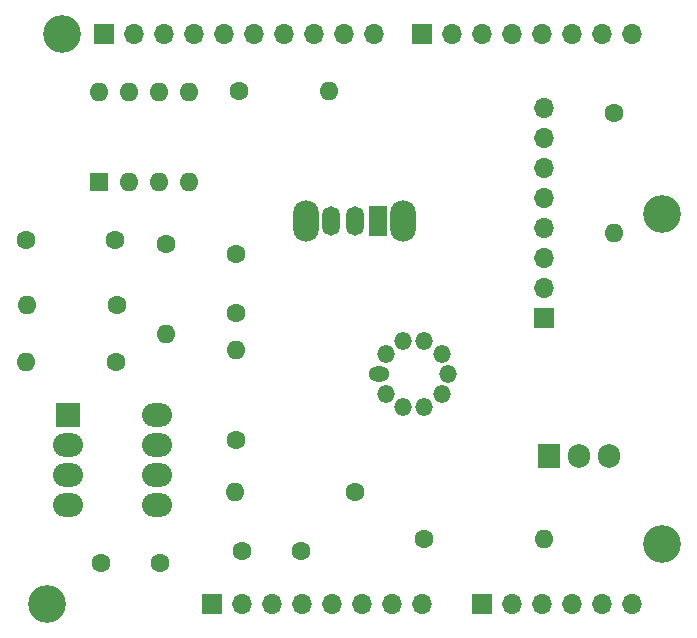
<source format=gbr>
%TF.GenerationSoftware,KiCad,Pcbnew,7.0.2*%
%TF.CreationDate,2024-01-22T00:44:54+01:00*%
%TF.ProjectId,MOSH_ISS_THANG_STEPH_JUNJIANG,4d4f5348-5f49-4535-935f-5448414e475f,rev?*%
%TF.SameCoordinates,Original*%
%TF.FileFunction,Soldermask,Top*%
%TF.FilePolarity,Negative*%
%FSLAX46Y46*%
G04 Gerber Fmt 4.6, Leading zero omitted, Abs format (unit mm)*
G04 Created by KiCad (PCBNEW 7.0.2) date 2024-01-22 00:44:54*
%MOMM*%
%LPD*%
G01*
G04 APERTURE LIST*
%ADD10R,1.700000X1.700000*%
%ADD11O,1.700000X1.700000*%
%ADD12R,2.000000X2.000000*%
%ADD13O,2.540000X2.000000*%
%ADD14O,1.800000X1.300000*%
%ADD15O,1.500000X1.500000*%
%ADD16O,2.200000X3.500000*%
%ADD17R,1.500000X2.500000*%
%ADD18O,1.500000X2.500000*%
%ADD19C,1.600000*%
%ADD20O,1.600000X1.600000*%
%ADD21C,3.200000*%
%ADD22R,1.905000X2.000000*%
%ADD23O,1.905000X2.000000*%
%ADD24R,1.600000X1.600000*%
G04 APERTURE END LIST*
D10*
%TO.C,J1*%
X127940000Y-97460000D03*
D11*
X130480000Y-97460000D03*
X133020000Y-97460000D03*
X135560000Y-97460000D03*
X138100000Y-97460000D03*
X140640000Y-97460000D03*
X143180000Y-97460000D03*
X145720000Y-97460000D03*
%TD*%
D10*
%TO.C,J3*%
X150800000Y-97460000D03*
D11*
X153340000Y-97460000D03*
X155880000Y-97460000D03*
X158420000Y-97460000D03*
X160960000Y-97460000D03*
X163500000Y-97460000D03*
%TD*%
D10*
%TO.C,J2*%
X118796000Y-49200000D03*
D11*
X121336000Y-49200000D03*
X123876000Y-49200000D03*
X126416000Y-49200000D03*
X128956000Y-49200000D03*
X131496000Y-49200000D03*
X134036000Y-49200000D03*
X136576000Y-49200000D03*
X139116000Y-49200000D03*
X141656000Y-49200000D03*
%TD*%
D10*
%TO.C,J4*%
X145720000Y-49200000D03*
D11*
X148260000Y-49200000D03*
X150800000Y-49200000D03*
X153340000Y-49200000D03*
X155880000Y-49200000D03*
X158420000Y-49200000D03*
X160960000Y-49200000D03*
X163500000Y-49200000D03*
%TD*%
D12*
%TO.C,U1*%
X115740000Y-81490000D03*
D13*
X115740000Y-84030000D03*
X115740000Y-86570000D03*
X115740000Y-89110000D03*
X123260000Y-89110000D03*
X123260000Y-86570000D03*
X123260000Y-84030000D03*
X123260000Y-81490000D03*
%TD*%
D14*
%TO.C,U2*%
X142085000Y-78000000D03*
D15*
X142642670Y-79716333D03*
X144102670Y-80777085D03*
X145907330Y-80777085D03*
X147367330Y-79716333D03*
X147925000Y-78000000D03*
X147367330Y-76283667D03*
X145907330Y-75222915D03*
X144102670Y-75222915D03*
X142642670Y-76283667D03*
%TD*%
D16*
%TO.C,SW1*%
X144100000Y-65000000D03*
X135900000Y-65000000D03*
D17*
X142000000Y-65000000D03*
D18*
X140000000Y-65000000D03*
X138000000Y-65000000D03*
%TD*%
D19*
%TO.C,R3*%
X119860000Y-72130000D03*
D20*
X112240000Y-72130000D03*
%TD*%
D19*
%TO.C,R8*%
X145840000Y-92000000D03*
D20*
X156000000Y-92000000D03*
%TD*%
D19*
%TO.C,R5*%
X130190000Y-54000000D03*
D20*
X137810000Y-54000000D03*
%TD*%
D19*
%TO.C,C4*%
X130000000Y-72810000D03*
X130000000Y-67810000D03*
%TD*%
%TO.C,R2*%
X119810000Y-77000000D03*
D20*
X112190000Y-77000000D03*
%TD*%
D19*
%TO.C,C1*%
X118500000Y-94000000D03*
X123500000Y-94000000D03*
%TD*%
D21*
%TO.C,MH1*%
X115240000Y-49200000D03*
%TD*%
D19*
%TO.C,R7*%
X162000000Y-55920000D03*
D20*
X162000000Y-66080000D03*
%TD*%
D22*
%TO.C,Q1*%
X156460000Y-84945000D03*
D23*
X159000000Y-84945000D03*
X161540000Y-84945000D03*
%TD*%
D24*
%TO.C,U3*%
X118380000Y-61730000D03*
D20*
X120920000Y-61730000D03*
X123460000Y-61730000D03*
X126000000Y-61730000D03*
X126000000Y-54110000D03*
X123460000Y-54110000D03*
X120920000Y-54110000D03*
X118380000Y-54110000D03*
%TD*%
D19*
%TO.C,R4*%
X130000000Y-83620000D03*
D20*
X130000000Y-76000000D03*
%TD*%
D19*
%TO.C,C3*%
X119710000Y-66630000D03*
X112210000Y-66630000D03*
%TD*%
D10*
%TO.C,J7*%
X156000000Y-73240000D03*
D11*
X156000000Y-70700000D03*
X156000000Y-68160000D03*
X156000000Y-65620000D03*
X156000000Y-63080000D03*
X156000000Y-60540000D03*
X156000000Y-58000000D03*
X156000000Y-55460000D03*
%TD*%
D19*
%TO.C,C2*%
X130500000Y-93000000D03*
X135500000Y-93000000D03*
%TD*%
D21*
%TO.C,MH2*%
X113970000Y-97460000D03*
%TD*%
D19*
%TO.C,R6*%
X140000000Y-88000000D03*
D20*
X129840000Y-88000000D03*
%TD*%
D19*
%TO.C,R1*%
X124000000Y-67000000D03*
D20*
X124000000Y-74620000D03*
%TD*%
D21*
%TO.C,MH3*%
X166040000Y-64440000D03*
%TD*%
%TO.C,MH4*%
X166040000Y-92380000D03*
%TD*%
M02*

</source>
